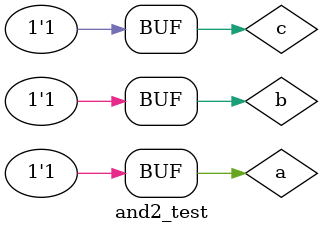
<source format=v>
    module and2_test;
reg a,b;
wire c;
and and2_test(c,a,b);
initial
begin
#000 a=0;b=0;
#100 a=0;b=1;
#100 a=1;b=0;
#100 a=1;b=1;
#100;
end
initial
begin
$monitor($time,"a=%b , b=%b , c=%b",a,b,c);
end
initial
begin
$dumpfile("and2_test.vcd");
  $dumpvars(0,and2_test);
end
endmodule
</source>
